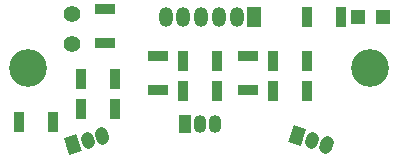
<source format=gbr>
G04 #@! TF.FileFunction,Soldermask,Top*
%FSLAX46Y46*%
G04 Gerber Fmt 4.6, Leading zero omitted, Abs format (unit mm)*
G04 Created by KiCad (PCBNEW (after 2015-mar-04 BZR unknown)-product) date 28.04.2015 21:52:04*
%MOMM*%
G01*
G04 APERTURE LIST*
%ADD10C,0.100000*%
%ADD11C,3.200000*%
%ADD12R,1.198880X1.699260*%
%ADD13O,1.198880X1.699260*%
%ADD14R,1.700000X0.900000*%
%ADD15R,0.900000X1.700000*%
%ADD16R,1.198880X1.198880*%
%ADD17C,1.397000*%
%ADD18R,1.100000X1.500000*%
%ADD19O,1.100000X1.500000*%
%ADD20C,1.100000*%
G04 APERTURE END LIST*
D10*
D11*
X138557000Y-117348000D03*
D12*
X157683800Y-113030000D03*
D13*
X154680000Y-113030000D03*
X156180000Y-113030000D03*
X153180000Y-113030000D03*
X151680000Y-113030000D03*
X150180000Y-113030000D03*
D14*
X157124400Y-119204400D03*
X157124400Y-116304400D03*
D15*
X142974400Y-120802400D03*
X145874400Y-120802400D03*
X151610400Y-119278400D03*
X154510400Y-119278400D03*
X159230400Y-119278400D03*
X162130400Y-119278400D03*
D14*
X145034000Y-112342000D03*
X145034000Y-115242000D03*
D15*
X142974400Y-118262400D03*
X145874400Y-118262400D03*
X151610400Y-116738400D03*
X154510400Y-116738400D03*
X159230400Y-116738400D03*
X162130400Y-116738400D03*
D16*
X166463980Y-113030000D03*
X168562020Y-113030000D03*
D15*
X162126000Y-113030000D03*
X165026000Y-113030000D03*
X137742000Y-121920000D03*
X140642000Y-121920000D03*
D14*
X149504400Y-119204400D03*
X149504400Y-116304400D03*
D17*
X142240000Y-112776000D03*
X142240000Y-115316000D03*
D11*
X167513000Y-117348000D03*
D18*
X151790400Y-122072400D03*
D19*
X153060400Y-122072400D03*
X154330400Y-122072400D03*
D10*
G36*
X161626782Y-123925321D02*
X160574847Y-123603712D01*
X161013404Y-122169255D01*
X162065339Y-122490864D01*
X161626782Y-123925321D01*
X161626782Y-123925321D01*
G37*
D20*
X162476126Y-123609861D02*
X162593074Y-123227339D01*
X163690633Y-123981173D02*
X163807581Y-123598651D01*
D10*
G36*
X143066139Y-124346336D02*
X142014204Y-124667945D01*
X141575647Y-123233488D01*
X142627582Y-122911879D01*
X143066139Y-124346336D01*
X143066139Y-124346336D01*
G37*
D20*
X143593874Y-123609861D02*
X143476926Y-123227339D01*
X144808381Y-123238549D02*
X144691433Y-122856027D01*
M02*

</source>
